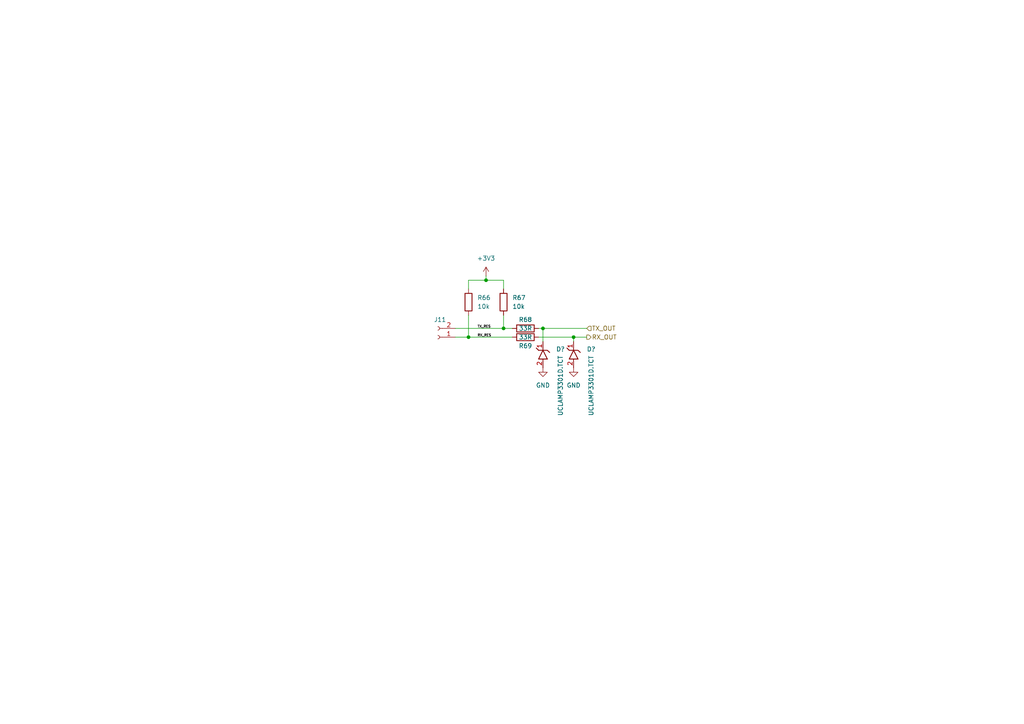
<source format=kicad_sch>
(kicad_sch (version 20211123) (generator eeschema)
  (paper "A4")
  (lib_symbols
    (symbol "Connector:Conn_01x02_Female" (pin_names (offset 1.016) hide)
      (property "Reference" "J" (at 0 2.54 0))
      (property "Value" "Conn_01x02_Female" (at 0 -5.08 0))
      (symbol "Conn_01x02_Female_1_1"
        (arc (start 0 -2.032) (mid -0.508 -2.54) (end 0 -3.048) (stroke (width 0.1524)))
        (polyline (pts (xy -1.27 -2.54) (xy -0.508 -2.54)) (stroke (width 0.1524)))
        (polyline (pts (xy -1.27 0) (xy -0.508 0)) (stroke (width 0.1524)))
        (arc (start 0 0.508) (mid -0.508 0) (end 0 -0.508) (stroke (width 0.1524)))
        (pin passive line (at -5.08 0 0) (length 3.81) (name "Pin_1") (number "1"))
        (pin passive line (at -5.08 -2.54 0) (length 3.81) (name "Pin_2") (number "2"))
      )
    )
    (symbol "Device:R" (pin_numbers hide) (pin_names (offset 0))
      (property "Reference" "R" (at 2.032 0 90))
      (property "Value" "R" (at 0 0 90))
      (symbol "R_0_1"
        (rectangle (start -1.016 -2.54) (end 1.016 2.54) (stroke (width 0.254)))
      )
      (symbol "R_1_1"
        (pin passive line (at 0 3.81 270) (length 1.27) (name "~") (number "1"))
        (pin passive line (at 0 -3.81 90) (length 1.27) (name "~") (number "2"))
      )
    )
    (symbol "_Diodes:UCLAMP3301D.TCT"
      (property "Reference" "D" (at 0 0 0))
      (property "Value" "UCLAMP3301D.TCT" (at 0 0 0))
      (symbol "UCLAMP3301D.TCT_0_1"
        (polyline (pts (xy -1.27 8.89) (xy -1.9265 9.5387)) (stroke (width 0.254)))
        (polyline (pts (xy -1.27 8.89) (xy 1.27 8.89) (xy 1.9425 8.2646)) (stroke (width 0.254)))
        (polyline (pts (xy 1.27 6.35) (xy -1.27 6.35) (xy 0 8.89) (xy 1.27 6.35)) (stroke (width 0.254)))
      )
      (symbol "UCLAMP3301D.TCT_1_1"
        (pin passive line (at 0 11.43 270) (length 2.54) (name "") (number "1"))
        (pin passive line (at 0 3.81 90) (length 2.54) (name "") (number "2"))
      )
    )
    (symbol "power:+3.3V" (power) (pin_names (offset 0))
      (property "Value" "+3.3V" (at 0 3.556 0))
      (symbol "+3.3V_0_1"
        (polyline (pts (xy -0.762 1.27) (xy 0 2.54)))
        (polyline (pts (xy 0 0) (xy 0 2.54)))
        (polyline (pts (xy 0 2.54) (xy 0.762 1.27)))
      )
      (symbol "+3.3V_1_1"
        (pin power_in line (at 0 0 90) (length 0) hide (name "+3V3") (number "1"))
      )
    )
    (symbol "power:GND" (power) (pin_names (offset 0))
      (property "Value" "GND" (at 0 -3.81 0))
      (symbol "GND_0_1"
        (polyline (pts (xy 0 0) (xy 0 -1.27) (xy 1.27 -1.27) (xy 0 -2.54) (xy -1.27 -1.27) (xy 0 -1.27)))
      )
      (symbol "GND_1_1"
        (pin power_in line (at 0 0 270) (length 0) hide (name "GND") (number "1"))
      )
    )
  )
  (junction (at 157.48 95.25))
  (junction (at 140.97 81.28))
  (junction (at 135.89 97.79))
  (junction (at 166.37 97.79))
  (junction (at 146.05 95.25))
  (wire (pts (xy 132.08 97.79) (xy 135.89 97.79)))
  (wire (pts (xy 140.97 81.28) (xy 146.05 81.28)))
  (wire (pts (xy 156.21 97.79) (xy 166.37 97.79)))
  (wire (pts (xy 135.89 83.82) (xy 135.89 81.28)))
  (wire (pts (xy 140.97 80.01) (xy 140.97 81.28)))
  (wire (pts (xy 156.21 95.25) (xy 157.48 95.25)))
  (wire (pts (xy 135.89 97.79) (xy 148.59 97.79)))
  (wire (pts (xy 146.05 91.44) (xy 146.05 95.25)))
  (wire (pts (xy 135.89 97.79) (xy 135.89 91.44)))
  (wire (pts (xy 135.89 81.28) (xy 140.97 81.28)))
  (wire (pts (xy 146.05 81.28) (xy 146.05 83.82)))
  (wire (pts (xy 132.08 95.25) (xy 146.05 95.25)))
  (wire (pts (xy 157.48 95.25) (xy 170.18 95.25)))
  (wire (pts (xy 166.37 97.79) (xy 170.18 97.79)))
  (wire (pts (xy 157.48 95.25) (xy 157.48 99.06)))
  (wire (pts (xy 146.05 95.25) (xy 148.59 95.25)))
  (wire (pts (xy 166.37 97.79) (xy 166.37 99.06)))
  (label "RX_RES" (at 138.43 97.79 0) (effects (font (size 0.7 0.7))))
  (label "TX_RES" (at 138.43 95.25 0) (effects (font (size 0.7 0.7))))
  (hierarchical_label "RX_OUT" (shape output) (at 170.18 97.79 0))
  (hierarchical_label "TX_OUT" (shape input) (at 170.18 95.25 0))
  (symbol (lib_id "power:GND") (at 166.37 106.68 0) (unit 1)
    (property "Reference" "#PWR?" (effects hide))
    (property "Value" "GND" (at 166.37 111.76 0))
  )
  (symbol (lib_id "_Diodes:UCLAMP3301D.TCT") (at 157.48 110.49 0) (unit 1)
    (property "Reference" "D?" (at 161.29 101.2755 0) (effects (justify left)))
    (property "Value" "UCLAMP3301D.TCT" (at 162.56 120.65 90) (effects (justify left)))
    (property "Footprint" "_Diodes:UCLAMP3301D.TCT" (effects hide))
  )
  (symbol (lib_id "Device:R") (at 146.05 87.63 180) (unit 1)
    (property "Reference" "R67" (at 148.59 86.3599 0) (effects (justify right)))
    (property "Value" "10k" (at 148.59 88.8999 0) (effects (justify right)))
    (property "Footprint" "Resistor_SMD:R_0603_1608Metric_Pad0.98x0.95mm_HandSolder" (effects hide))
  )
  (symbol (lib_id "Connector:Conn_01x02_Female") (at 127 97.79 180) (unit 1)
    (property "Reference" "J11" (at 127.635 92.71 0))
    (property "Value" "Conn_01x02_Female" (effects hide))
    (property "Footprint" "Connector_PinSocket_2.54mm:PinSocket_1x02_P2.54mm_Vertical" (effects hide))
  )
  (symbol (lib_id "Device:R") (at 152.4 97.79 90) (unit 1)
    (property "Reference" "R69" (at 152.4 100.33 90))
    (property "Value" "33R" (at 152.4 97.79 90))
    (property "Footprint" "Resistor_SMD:R_0603_1608Metric_Pad0.98x0.95mm_HandSolder" (effects hide))
  )
  (symbol (lib_id "Device:R") (at 135.89 87.63 0) (unit 1)
    (property "Reference" "R66" (at 138.43 86.3599 0) (effects (justify left)))
    (property "Value" "10k" (at 138.43 88.8999 0) (effects (justify left)))
    (property "Footprint" "Resistor_SMD:R_0603_1608Metric_Pad0.98x0.95mm_HandSolder" (effects hide))
  )
  (symbol (lib_id "Device:R") (at 152.4 95.25 90) (unit 1)
    (property "Reference" "R68" (at 152.4 92.71 90))
    (property "Value" "33R" (at 152.4 95.25 90))
    (property "Footprint" "Resistor_SMD:R_0603_1608Metric_Pad0.98x0.95mm_HandSolder" (effects hide))
  )
  (symbol (lib_id "_Diodes:UCLAMP3301D.TCT") (at 166.37 110.49 0) (unit 1)
    (property "Reference" "D?" (at 170.18 101.2755 0) (effects (justify left)))
    (property "Value" "UCLAMP3301D.TCT" (at 171.45 120.65 90) (effects (justify left)))
    (property "Footprint" "_Diodes:UCLAMP3301D.TCT" (effects hide))
  )
  (symbol (lib_id "power:GND") (at 157.48 106.68 0) (unit 1)
    (property "Reference" "#PWR?" (effects hide))
    (property "Value" "GND" (at 157.48 111.76 0))
  )
  (symbol (lib_id "power:+3.3V") (at 140.97 80.01 0) (unit 1)
    (property "Reference" "#PWR0142" (effects hide))
    (property "Value" "+3.3V" (at 140.97 74.93 0))
  )
)
</source>
